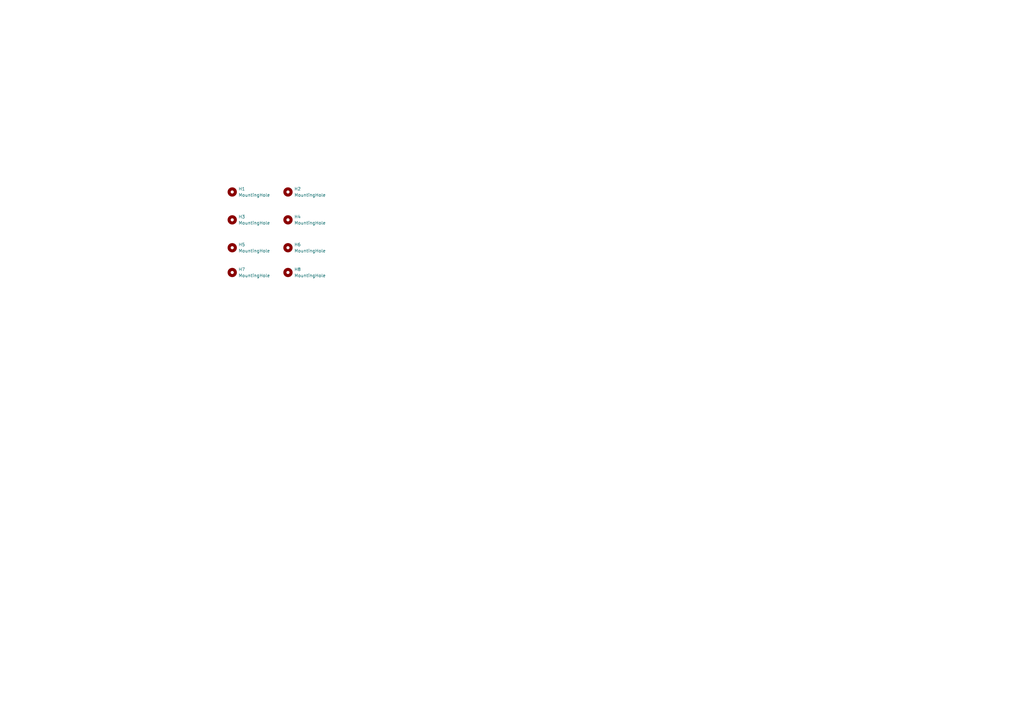
<source format=kicad_sch>
(kicad_sch (version 20230121) (generator eeschema)

  (uuid 4a5ddb9a-5bd4-4b23-8bf4-aa59f704a4d0)

  (paper "A3")

  (title_block
    (title "69KEY CUSTOM")
    (date "2024-02-11")
    (rev "A")
    (company "domonkos_kiss")
    (comment 1 "CS2023A")
    (comment 2 "CEYNETICS.COM")
  )

  (lib_symbols
    (symbol "Mechanical:MountingHole" (pin_names (offset 1.016)) (in_bom yes) (on_board yes)
      (property "Reference" "H" (at 0 5.08 0)
        (effects (font (size 1.27 1.27)))
      )
      (property "Value" "MountingHole" (at 0 3.175 0)
        (effects (font (size 1.27 1.27)))
      )
      (property "Footprint" "" (at 0 0 0)
        (effects (font (size 1.27 1.27)) hide)
      )
      (property "Datasheet" "~" (at 0 0 0)
        (effects (font (size 1.27 1.27)) hide)
      )
      (property "ki_keywords" "mounting hole" (at 0 0 0)
        (effects (font (size 1.27 1.27)) hide)
      )
      (property "ki_description" "Mounting Hole without connection" (at 0 0 0)
        (effects (font (size 1.27 1.27)) hide)
      )
      (property "ki_fp_filters" "MountingHole*" (at 0 0 0)
        (effects (font (size 1.27 1.27)) hide)
      )
      (symbol "MountingHole_0_1"
        (circle (center 0 0) (radius 1.27)
          (stroke (width 1.27) (type default))
          (fill (type none))
        )
      )
    )
  )


  (symbol (lib_id "Mechanical:MountingHole") (at 95.25 101.6 0) (unit 1)
    (in_bom yes) (on_board yes) (dnp no) (fields_autoplaced)
    (uuid 4c15eea2-ec3b-4fee-8094-4761ca703caf)
    (property "Reference" "H5" (at 97.79 100.33 0)
      (effects (font (size 1.27 1.27)) (justify left))
    )
    (property "Value" "MountingHole" (at 97.79 102.87 0)
      (effects (font (size 1.27 1.27)) (justify left))
    )
    (property "Footprint" "MountingHole:MountingHole_2.2mm_M2" (at 95.25 101.6 0)
      (effects (font (size 1.27 1.27)) hide)
    )
    (property "Datasheet" "~" (at 95.25 101.6 0)
      (effects (font (size 1.27 1.27)) hide)
    )
    (instances
      (project "Lexicon 69"
        (path "/4a5ddb9a-5bd4-4b23-8bf4-aa59f704a4d0"
          (reference "H5") (unit 1)
        )
      )
    )
  )

  (symbol (lib_id "Mechanical:MountingHole") (at 118.11 90.17 0) (unit 1)
    (in_bom yes) (on_board yes) (dnp no) (fields_autoplaced)
    (uuid 5b88b068-3686-4a1e-8dbb-c2a89fe268ad)
    (property "Reference" "H4" (at 120.65 88.9 0)
      (effects (font (size 1.27 1.27)) (justify left))
    )
    (property "Value" "MountingHole" (at 120.65 91.44 0)
      (effects (font (size 1.27 1.27)) (justify left))
    )
    (property "Footprint" "MountingHole:MountingHole_2.2mm_M2" (at 118.11 90.17 0)
      (effects (font (size 1.27 1.27)) hide)
    )
    (property "Datasheet" "~" (at 118.11 90.17 0)
      (effects (font (size 1.27 1.27)) hide)
    )
    (instances
      (project "Lexicon 69"
        (path "/4a5ddb9a-5bd4-4b23-8bf4-aa59f704a4d0"
          (reference "H4") (unit 1)
        )
      )
    )
  )

  (symbol (lib_id "Mechanical:MountingHole") (at 95.25 90.17 0) (unit 1)
    (in_bom yes) (on_board yes) (dnp no) (fields_autoplaced)
    (uuid 77ded4ee-3fdf-422c-89a5-f53e67e97a53)
    (property "Reference" "H3" (at 97.79 88.9 0)
      (effects (font (size 1.27 1.27)) (justify left))
    )
    (property "Value" "MountingHole" (at 97.79 91.44 0)
      (effects (font (size 1.27 1.27)) (justify left))
    )
    (property "Footprint" "MountingHole:MountingHole_2.2mm_M2" (at 95.25 90.17 0)
      (effects (font (size 1.27 1.27)) hide)
    )
    (property "Datasheet" "~" (at 95.25 90.17 0)
      (effects (font (size 1.27 1.27)) hide)
    )
    (instances
      (project "Lexicon 69"
        (path "/4a5ddb9a-5bd4-4b23-8bf4-aa59f704a4d0"
          (reference "H3") (unit 1)
        )
      )
    )
  )

  (symbol (lib_id "Mechanical:MountingHole") (at 118.11 101.6 0) (unit 1)
    (in_bom yes) (on_board yes) (dnp no) (fields_autoplaced)
    (uuid ca8b455e-8550-4947-8b74-73e743b8ce7a)
    (property "Reference" "H6" (at 120.65 100.33 0)
      (effects (font (size 1.27 1.27)) (justify left))
    )
    (property "Value" "MountingHole" (at 120.65 102.87 0)
      (effects (font (size 1.27 1.27)) (justify left))
    )
    (property "Footprint" "MountingHole:MountingHole_2.2mm_M2" (at 118.11 101.6 0)
      (effects (font (size 1.27 1.27)) hide)
    )
    (property "Datasheet" "~" (at 118.11 101.6 0)
      (effects (font (size 1.27 1.27)) hide)
    )
    (instances
      (project "Lexicon 69"
        (path "/4a5ddb9a-5bd4-4b23-8bf4-aa59f704a4d0"
          (reference "H6") (unit 1)
        )
      )
    )
  )

  (symbol (lib_id "Mechanical:MountingHole") (at 95.25 78.74 0) (unit 1)
    (in_bom yes) (on_board yes) (dnp no) (fields_autoplaced)
    (uuid d2921161-a564-41ad-8c6f-9d3b6e48b8da)
    (property "Reference" "H1" (at 97.79 77.47 0)
      (effects (font (size 1.27 1.27)) (justify left))
    )
    (property "Value" "MountingHole" (at 97.79 80.01 0)
      (effects (font (size 1.27 1.27)) (justify left))
    )
    (property "Footprint" "MountingHole:MountingHole_2.2mm_M2" (at 95.25 78.74 0)
      (effects (font (size 1.27 1.27)) hide)
    )
    (property "Datasheet" "~" (at 95.25 78.74 0)
      (effects (font (size 1.27 1.27)) hide)
    )
    (instances
      (project "Lexicon 69"
        (path "/4a5ddb9a-5bd4-4b23-8bf4-aa59f704a4d0"
          (reference "H1") (unit 1)
        )
      )
    )
  )

  (symbol (lib_id "Mechanical:MountingHole") (at 118.11 111.76 0) (unit 1)
    (in_bom yes) (on_board yes) (dnp no) (fields_autoplaced)
    (uuid eb9a8e80-993f-4fdd-a1ff-e75e8a5cbe84)
    (property "Reference" "H8" (at 120.65 110.49 0)
      (effects (font (size 1.27 1.27)) (justify left))
    )
    (property "Value" "MountingHole" (at 120.65 113.03 0)
      (effects (font (size 1.27 1.27)) (justify left))
    )
    (property "Footprint" "MountingHole:MountingHole_2.2mm_M2" (at 118.11 111.76 0)
      (effects (font (size 1.27 1.27)) hide)
    )
    (property "Datasheet" "~" (at 118.11 111.76 0)
      (effects (font (size 1.27 1.27)) hide)
    )
    (instances
      (project "Lexicon 69"
        (path "/4a5ddb9a-5bd4-4b23-8bf4-aa59f704a4d0"
          (reference "H8") (unit 1)
        )
      )
    )
  )

  (symbol (lib_id "Mechanical:MountingHole") (at 95.25 111.76 0) (unit 1)
    (in_bom yes) (on_board yes) (dnp no) (fields_autoplaced)
    (uuid f4a49966-af7b-460e-bd9a-5d237800fa2c)
    (property "Reference" "H7" (at 97.79 110.49 0)
      (effects (font (size 1.27 1.27)) (justify left))
    )
    (property "Value" "MountingHole" (at 97.79 113.03 0)
      (effects (font (size 1.27 1.27)) (justify left))
    )
    (property "Footprint" "MountingHole:MountingHole_2.2mm_M2" (at 95.25 111.76 0)
      (effects (font (size 1.27 1.27)) hide)
    )
    (property "Datasheet" "~" (at 95.25 111.76 0)
      (effects (font (size 1.27 1.27)) hide)
    )
    (instances
      (project "Lexicon 69"
        (path "/4a5ddb9a-5bd4-4b23-8bf4-aa59f704a4d0"
          (reference "H7") (unit 1)
        )
      )
    )
  )

  (symbol (lib_id "Mechanical:MountingHole") (at 118.11 78.74 0) (unit 1)
    (in_bom yes) (on_board yes) (dnp no) (fields_autoplaced)
    (uuid f8ca4325-5dc5-4cbb-941f-e1d2fc09eee7)
    (property "Reference" "H2" (at 120.65 77.47 0)
      (effects (font (size 1.27 1.27)) (justify left))
    )
    (property "Value" "MountingHole" (at 120.65 80.01 0)
      (effects (font (size 1.27 1.27)) (justify left))
    )
    (property "Footprint" "MountingHole:MountingHole_2.2mm_M2" (at 118.11 78.74 0)
      (effects (font (size 1.27 1.27)) hide)
    )
    (property "Datasheet" "~" (at 118.11 78.74 0)
      (effects (font (size 1.27 1.27)) hide)
    )
    (instances
      (project "Lexicon 69"
        (path "/4a5ddb9a-5bd4-4b23-8bf4-aa59f704a4d0"
          (reference "H2") (unit 1)
        )
      )
    )
  )

  (sheet_instances
    (path "/" (page "1"))
  )
)

</source>
